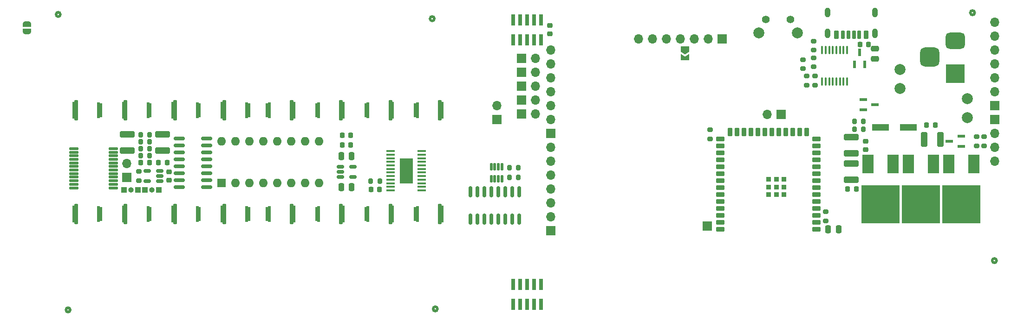
<source format=gts>
G04 #@! TF.GenerationSoftware,KiCad,Pcbnew,(7.0.0-122-g9f10c142c4)*
G04 #@! TF.CreationDate,2023-02-26T11:30:32+09:00*
G04 #@! TF.ProjectId,qLAMP-main,714c414d-502d-46d6-9169-6e2e6b696361,rev?*
G04 #@! TF.SameCoordinates,Original*
G04 #@! TF.FileFunction,Soldermask,Top*
G04 #@! TF.FilePolarity,Negative*
%FSLAX46Y46*%
G04 Gerber Fmt 4.6, Leading zero omitted, Abs format (unit mm)*
G04 Created by KiCad (PCBNEW (7.0.0-122-g9f10c142c4)) date 2023-02-26 11:30:32*
%MOMM*%
%LPD*%
G01*
G04 APERTURE LIST*
G04 Aperture macros list*
%AMRoundRect*
0 Rectangle with rounded corners*
0 $1 Rounding radius*
0 $2 $3 $4 $5 $6 $7 $8 $9 X,Y pos of 4 corners*
0 Add a 4 corners polygon primitive as box body*
4,1,4,$2,$3,$4,$5,$6,$7,$8,$9,$2,$3,0*
0 Add four circle primitives for the rounded corners*
1,1,$1+$1,$2,$3*
1,1,$1+$1,$4,$5*
1,1,$1+$1,$6,$7*
1,1,$1+$1,$8,$9*
0 Add four rect primitives between the rounded corners*
20,1,$1+$1,$2,$3,$4,$5,0*
20,1,$1+$1,$4,$5,$6,$7,0*
20,1,$1+$1,$6,$7,$8,$9,0*
20,1,$1+$1,$8,$9,$2,$3,0*%
%AMFreePoly0*
4,1,19,0.500000,-0.750000,0.000000,-0.750000,0.000000,-0.744911,-0.071157,-0.744911,-0.207708,-0.704816,-0.327430,-0.627875,-0.420627,-0.520320,-0.479746,-0.390866,-0.500000,-0.250000,-0.500000,0.250000,-0.479746,0.390866,-0.420627,0.520320,-0.327430,0.627875,-0.207708,0.704816,-0.071157,0.744911,0.000000,0.744911,0.000000,0.750000,0.500000,0.750000,0.500000,-0.750000,0.500000,-0.750000,
$1*%
%AMFreePoly1*
4,1,19,0.000000,0.744911,0.071157,0.744911,0.207708,0.704816,0.327430,0.627875,0.420627,0.520320,0.479746,0.390866,0.500000,0.250000,0.500000,-0.250000,0.479746,-0.390866,0.420627,-0.520320,0.327430,-0.627875,0.207708,-0.704816,0.071157,-0.744911,0.000000,-0.744911,0.000000,-0.750000,-0.500000,-0.750000,-0.500000,0.750000,0.000000,0.750000,0.000000,0.744911,0.000000,0.744911,
$1*%
%AMFreePoly2*
4,1,6,1.000000,0.000000,0.500000,-0.750000,-0.500000,-0.750000,-0.500000,0.750000,0.500000,0.750000,1.000000,0.000000,1.000000,0.000000,$1*%
%AMFreePoly3*
4,1,6,0.500000,-0.750000,-0.650000,-0.750000,-0.150000,0.000000,-0.650000,0.750000,0.500000,0.750000,0.500000,-0.750000,0.500000,-0.750000,$1*%
G04 Aperture macros list end*
%ADD10C,0.475000*%
%ADD11C,2.000000*%
%ADD12FreePoly0,270.000000*%
%ADD13FreePoly1,270.000000*%
%ADD14RoundRect,0.100000X-0.100000X0.637500X-0.100000X-0.637500X0.100000X-0.637500X0.100000X0.637500X0*%
%ADD15RoundRect,0.150000X-0.512500X-0.150000X0.512500X-0.150000X0.512500X0.150000X-0.512500X0.150000X0*%
%ADD16RoundRect,0.250000X-0.250000X-0.475000X0.250000X-0.475000X0.250000X0.475000X-0.250000X0.475000X0*%
%ADD17R,3.098800X1.219200*%
%ADD18RoundRect,0.225000X-0.225000X-0.250000X0.225000X-0.250000X0.225000X0.250000X-0.225000X0.250000X0*%
%ADD19RoundRect,0.250000X-0.325000X-1.100000X0.325000X-1.100000X0.325000X1.100000X-0.325000X1.100000X0*%
%ADD20RoundRect,0.250000X-1.100000X0.325000X-1.100000X-0.325000X1.100000X-0.325000X1.100000X0.325000X0*%
%ADD21RoundRect,0.250000X0.250000X0.475000X-0.250000X0.475000X-0.250000X-0.475000X0.250000X-0.475000X0*%
%ADD22RoundRect,0.250000X1.100000X-0.325000X1.100000X0.325000X-1.100000X0.325000X-1.100000X-0.325000X0*%
%ADD23RoundRect,0.109795X0.765205X0.109794X-0.765205X0.109794X-0.765205X-0.109794X0.765205X-0.109794X0*%
%ADD24RoundRect,0.225000X-0.250000X0.225000X-0.250000X-0.225000X0.250000X-0.225000X0.250000X0.225000X0*%
%ADD25RoundRect,0.109795X-0.109795X0.552705X-0.109795X-0.552705X0.109795X-0.552705X0.109795X0.552705X0*%
%ADD26RoundRect,0.150000X0.512500X0.150000X-0.512500X0.150000X-0.512500X-0.150000X0.512500X-0.150000X0*%
%ADD27RoundRect,0.200000X0.200000X0.275000X-0.200000X0.275000X-0.200000X-0.275000X0.200000X-0.275000X0*%
%ADD28RoundRect,0.150000X-0.150000X0.825000X-0.150000X-0.825000X0.150000X-0.825000X0.150000X0.825000X0*%
%ADD29R,1.320800X0.558800*%
%ADD30R,0.558800X1.320800*%
%ADD31R,2.400000X4.680000*%
%ADD32RoundRect,0.100000X0.687500X0.100000X-0.687500X0.100000X-0.687500X-0.100000X0.687500X-0.100000X0*%
%ADD33RoundRect,0.200000X0.275000X-0.200000X0.275000X0.200000X-0.275000X0.200000X-0.275000X-0.200000X0*%
%ADD34R,1.700000X1.700000*%
%ADD35O,1.700000X1.700000*%
%ADD36RoundRect,0.200000X-0.275000X0.200000X-0.275000X-0.200000X0.275000X-0.200000X0.275000X0.200000X0*%
%ADD37RoundRect,0.200000X-0.200000X-0.275000X0.200000X-0.275000X0.200000X0.275000X-0.200000X0.275000X0*%
%ADD38RoundRect,0.225000X0.225000X0.250000X-0.225000X0.250000X-0.225000X-0.250000X0.225000X-0.250000X0*%
%ADD39R,3.500000X3.500000*%
%ADD40RoundRect,0.750000X-1.000000X0.750000X-1.000000X-0.750000X1.000000X-0.750000X1.000000X0.750000X0*%
%ADD41RoundRect,0.875000X-0.875000X0.875000X-0.875000X-0.875000X0.875000X-0.875000X0.875000X0.875000X0*%
%ADD42RoundRect,0.180000X0.270000X1.370000X-0.270000X1.370000X-0.270000X-1.370000X0.270000X-1.370000X0*%
%ADD43RoundRect,0.030000X0.265000X1.780000X-0.265000X1.780000X-0.265000X-1.780000X0.265000X-1.780000X0*%
%ADD44RoundRect,0.030000X0.205000X1.420000X-0.205000X1.420000X-0.205000X-1.420000X0.205000X-1.420000X0*%
%ADD45RoundRect,0.180000X0.270000X1.120000X-0.270000X1.120000X-0.270000X-1.120000X0.270000X-1.120000X0*%
%ADD46RoundRect,0.180000X-0.270000X-1.370000X0.270000X-1.370000X0.270000X1.370000X-0.270000X1.370000X0*%
%ADD47RoundRect,0.030000X-0.265000X-1.780000X0.265000X-1.780000X0.265000X1.780000X-0.265000X1.780000X0*%
%ADD48RoundRect,0.030000X-0.205000X-1.420000X0.205000X-1.420000X0.205000X1.420000X-0.205000X1.420000X0*%
%ADD49RoundRect,0.180000X-0.270000X-1.120000X0.270000X-1.120000X0.270000X1.120000X-0.270000X1.120000X0*%
%ADD50RoundRect,0.100000X0.250000X0.650000X-0.250000X0.650000X-0.250000X-0.650000X0.250000X-0.650000X0*%
%ADD51RoundRect,0.100000X0.300000X0.650000X-0.300000X0.650000X-0.300000X-0.650000X0.300000X-0.650000X0*%
%ADD52O,1.000000X1.800000*%
%ADD53RoundRect,0.150000X-0.825000X-0.150000X0.825000X-0.150000X0.825000X0.150000X-0.825000X0.150000X0*%
%ADD54R,0.750000X2.100000*%
%ADD55FreePoly2,270.000000*%
%ADD56FreePoly3,270.000000*%
%ADD57RoundRect,0.250000X0.475000X-0.250000X0.475000X0.250000X-0.475000X0.250000X-0.475000X-0.250000X0*%
%ADD58C,1.400000*%
%ADD59RoundRect,0.225000X0.525000X0.225000X-0.525000X0.225000X-0.525000X-0.225000X0.525000X-0.225000X0*%
%ADD60RoundRect,0.225000X-0.225000X0.525000X-0.225000X-0.525000X0.225000X-0.525000X0.225000X0.525000X0*%
%ADD61RoundRect,0.225000X-0.525000X-0.225000X0.525000X-0.225000X0.525000X0.225000X-0.525000X0.225000X0*%
%ADD62RoundRect,0.225000X-0.225000X-0.225000X0.225000X-0.225000X0.225000X0.225000X-0.225000X0.225000X0*%
%ADD63R,2.000000X3.500000*%
%ADD64R,7.000000X7.000000*%
%ADD65R,1.600000X1.600000*%
%ADD66O,1.600000X1.600000*%
%ADD67R,1.000000X1.000000*%
%ADD68O,1.000000X1.000000*%
G04 APERTURE END LIST*
D10*
X78440000Y-89000000D02*
G75*
G03*
X78440000Y-89000000I-400000J0D01*
G01*
X76636000Y-35000000D02*
G75*
G03*
X76636000Y-35000000I-400000J0D01*
G01*
X145380000Y-88830000D02*
G75*
G03*
X145380000Y-88830000I-400000J0D01*
G01*
X247315000Y-80000000D02*
G75*
G03*
X247315000Y-80000000I-400000J0D01*
G01*
X144825000Y-35770000D02*
G75*
G03*
X144825000Y-35770000I-400000J0D01*
G01*
X243325000Y-34690000D02*
G75*
G03*
X243325000Y-34690000I-400000J0D01*
G01*
D11*
X229680000Y-45070000D03*
X229680000Y-48570000D03*
D12*
X70570000Y-36780000D03*
D13*
X70570000Y-38080000D03*
D14*
X220053002Y-41537300D03*
X219403002Y-41537300D03*
X218753002Y-41537300D03*
X218103002Y-41537300D03*
X217453002Y-41537300D03*
X216803002Y-41537300D03*
X216153002Y-41537300D03*
X215503002Y-41537300D03*
X215503002Y-47262300D03*
X216153002Y-47262300D03*
X216803002Y-47262300D03*
X217453002Y-47262300D03*
X218103002Y-47262300D03*
X218753002Y-47262300D03*
X219403002Y-47262300D03*
X220053002Y-47262300D03*
D15*
X127665878Y-62840011D03*
X127665878Y-63790011D03*
X127665878Y-64740011D03*
X129940878Y-64740011D03*
X129940878Y-62840011D03*
D16*
X127853378Y-60919989D03*
X129753378Y-60919989D03*
D17*
X231252699Y-55619999D03*
X226147299Y-55619999D03*
D18*
X128028376Y-58850000D03*
X129578376Y-58850000D03*
D19*
X234095000Y-57850000D03*
X237045000Y-57850000D03*
D18*
X234555000Y-55260000D03*
X236105000Y-55260000D03*
D20*
X220820000Y-57465000D03*
X220820000Y-60415000D03*
D18*
X220165000Y-66920000D03*
X221715000Y-66920000D03*
D21*
X129733376Y-66560000D03*
X127833376Y-66560000D03*
D18*
X222395000Y-40500000D03*
X223945000Y-40500000D03*
D22*
X95290005Y-59884989D03*
X95290005Y-56934989D03*
D11*
X241980000Y-50360000D03*
X241980000Y-53860000D03*
D23*
X86295999Y-66695011D03*
X86295999Y-66045013D03*
X86295999Y-65395012D03*
X86295999Y-64745012D03*
X86295999Y-64095012D03*
X86295999Y-63445012D03*
X86295999Y-62795012D03*
X86295999Y-62145012D03*
X86295999Y-61495012D03*
X86295999Y-60845012D03*
X86295999Y-60195011D03*
X86295999Y-59545013D03*
X79095999Y-59545013D03*
X79095999Y-60195011D03*
X79095999Y-60845012D03*
X79095999Y-61495012D03*
X79095999Y-62145012D03*
X79095999Y-62795012D03*
X79095999Y-63445012D03*
X79095999Y-64095012D03*
X79095999Y-64745012D03*
X79095999Y-65395012D03*
X79095999Y-66045013D03*
X79095999Y-66695011D03*
D24*
X96469200Y-63754992D03*
X96469200Y-65304992D03*
X165830000Y-37025000D03*
X165830000Y-38575000D03*
D18*
X91300000Y-62108000D03*
X92850000Y-62108000D03*
D25*
X157130441Y-62803500D03*
X156480441Y-62803500D03*
X155830441Y-62803500D03*
X155180441Y-62803500D03*
X155180441Y-65078500D03*
X155830441Y-65078500D03*
X156480441Y-65078500D03*
X157130441Y-65078500D03*
D26*
X94736500Y-65479992D03*
X94736500Y-64529992D03*
X94736500Y-63579992D03*
X92461500Y-63579992D03*
X92461500Y-65479992D03*
D27*
X160130422Y-64830000D03*
X158480422Y-64830000D03*
X160130422Y-63052000D03*
X158480422Y-63052000D03*
D28*
X160324200Y-67445000D03*
X159054200Y-67445000D03*
X157784200Y-67445000D03*
X156514200Y-67445000D03*
X155244200Y-67445000D03*
X153974200Y-67445000D03*
X152704200Y-67445000D03*
X151434200Y-67445000D03*
X151434200Y-72395000D03*
X152704200Y-72395000D03*
X153974200Y-72395000D03*
X155244200Y-72395000D03*
X156514200Y-72395000D03*
X157784200Y-72395000D03*
X159054200Y-72395000D03*
X160324200Y-72395000D03*
D18*
X128028376Y-57050000D03*
X129578376Y-57050000D03*
D29*
X222980524Y-50557924D03*
X222980524Y-52437524D03*
X225164924Y-51497724D03*
X240899999Y-59119999D03*
X240899999Y-57240399D03*
X238715599Y-58180199D03*
D30*
X221370199Y-44132199D03*
X223249799Y-44132199D03*
X222309999Y-41947799D03*
D31*
X139677499Y-63572999D03*
D32*
X142540000Y-67148000D03*
X142540000Y-66498000D03*
X142540000Y-65848000D03*
X142540000Y-65198000D03*
X142540000Y-64548000D03*
X142540000Y-63898000D03*
X142540000Y-63248000D03*
X142540000Y-62598000D03*
X142540000Y-61948000D03*
X142540000Y-61298000D03*
X142540000Y-60648000D03*
X142540000Y-59998000D03*
X136815000Y-59998000D03*
X136815000Y-60648000D03*
X136815000Y-61298000D03*
X136815000Y-61948000D03*
X136815000Y-62598000D03*
X136815000Y-63248000D03*
X136815000Y-63898000D03*
X136815000Y-64548000D03*
X136815000Y-65198000D03*
X136815000Y-65848000D03*
X136815000Y-66498000D03*
X136815000Y-67148000D03*
D33*
X212660000Y-47925000D03*
X212660000Y-46275000D03*
D21*
X218510000Y-74270000D03*
X216610000Y-74270000D03*
D34*
X156179999Y-54190125D03*
D35*
X156179999Y-51650125D03*
D34*
X160666123Y-50650125D03*
D35*
X163206123Y-50650125D03*
D34*
X160666123Y-43030125D03*
D35*
X163206123Y-43030125D03*
D34*
X160666122Y-45570125D03*
D35*
X163206122Y-45570125D03*
D34*
X160666123Y-48110125D03*
D35*
X163206123Y-48110125D03*
D34*
X160666123Y-53190125D03*
D35*
X163206123Y-53190125D03*
D27*
X223025000Y-55970000D03*
X221375000Y-55970000D03*
D33*
X245020000Y-58995000D03*
X245020000Y-57345000D03*
D36*
X213999716Y-39896200D03*
X213999716Y-41546200D03*
X213999716Y-42944200D03*
X213999716Y-44594200D03*
D37*
X221375000Y-54570000D03*
X223025000Y-54570000D03*
D36*
X243670000Y-57345000D03*
X243670000Y-58995000D03*
D27*
X134865000Y-65430000D03*
X133215000Y-65430000D03*
D36*
X216130000Y-71085000D03*
X216130000Y-72735000D03*
X214179710Y-46275000D03*
X214179710Y-47925000D03*
D38*
X134815000Y-67000000D03*
X133265000Y-67000000D03*
D22*
X220820000Y-65175000D03*
X220820000Y-62225000D03*
D24*
X223470000Y-58165000D03*
X223470000Y-59715000D03*
D39*
X239795999Y-45809810D03*
D40*
X239796000Y-39809811D03*
D41*
X235096000Y-42809811D03*
D34*
X194599999Y-73679999D03*
D42*
X128032219Y-71501633D03*
D43*
X127812219Y-71501633D03*
D44*
X123717219Y-71501633D03*
D45*
X123502219Y-71501633D03*
D42*
X137032219Y-52502054D03*
D43*
X136812219Y-52502054D03*
D44*
X132717219Y-52502054D03*
D45*
X132502219Y-52502054D03*
D46*
X97282211Y-71501633D03*
D47*
X97502211Y-71501633D03*
D48*
X101597211Y-71501633D03*
D49*
X101812211Y-71501633D03*
D46*
X97282211Y-52502054D03*
D47*
X97502211Y-52502054D03*
D48*
X101597211Y-52502054D03*
D49*
X101812211Y-52502054D03*
D50*
X221288000Y-38669782D03*
X219288000Y-38669782D03*
D51*
X218088000Y-38669782D03*
D50*
X220288000Y-38669782D03*
X222288000Y-38669782D03*
D51*
X223488000Y-38669782D03*
D52*
X225107999Y-38419781D03*
X225107999Y-34619781D03*
X216467999Y-38419781D03*
X216467999Y-34619781D03*
D20*
X88859995Y-56934989D03*
X88859995Y-59884989D03*
D53*
X98325000Y-57665000D03*
X98325000Y-58935000D03*
X98325000Y-60205000D03*
X98325000Y-61475000D03*
X98325000Y-62745000D03*
X98325000Y-64015000D03*
X98325000Y-65285000D03*
X98325000Y-66555000D03*
X103275000Y-66555000D03*
X103275000Y-65285000D03*
X103275000Y-64015000D03*
X103275000Y-62745000D03*
X103275000Y-61475000D03*
X103275000Y-60205000D03*
X103275000Y-58935000D03*
X103275000Y-57665000D03*
D54*
X164220999Y-87977999D03*
X164220999Y-84377999D03*
X162950999Y-87977999D03*
X162950999Y-84377999D03*
X161680999Y-87977999D03*
X161680999Y-84377999D03*
X160410999Y-87977999D03*
X160410999Y-84377999D03*
X159140999Y-87977999D03*
X159140999Y-84377999D03*
D46*
X79282211Y-71501633D03*
D47*
X79502211Y-71501633D03*
D48*
X83597211Y-71501633D03*
D49*
X83812211Y-71501633D03*
D42*
X119032219Y-71501633D03*
D43*
X118812219Y-71501633D03*
D44*
X114717219Y-71501633D03*
D45*
X114502219Y-71501633D03*
D46*
X106282211Y-71501633D03*
D47*
X106502211Y-71501633D03*
D48*
X110597211Y-71501633D03*
D49*
X110812211Y-71501633D03*
D27*
X92900000Y-59568000D03*
X91250000Y-59568000D03*
X92900000Y-57028000D03*
X91250000Y-57028000D03*
D42*
X119032219Y-52502054D03*
D43*
X118812219Y-52502054D03*
D44*
X114717219Y-52502054D03*
D45*
X114502219Y-52502054D03*
D46*
X106282211Y-52502054D03*
D47*
X106502211Y-52502054D03*
D48*
X110597211Y-52502054D03*
D49*
X110812211Y-52502054D03*
D34*
X207999999Y-53269999D03*
D35*
X205459999Y-53269999D03*
D55*
X190480000Y-41375000D03*
D56*
X190480000Y-42825000D03*
D57*
X225150000Y-43120000D03*
X225150000Y-41220000D03*
D58*
X205250000Y-35900000D03*
X209750000Y-35900000D03*
D11*
X204000000Y-38400000D03*
X211000000Y-38400000D03*
D33*
X195060000Y-57755000D03*
X195060000Y-56105000D03*
D34*
X197249999Y-39499999D03*
D35*
X194709999Y-39499999D03*
X192169999Y-39499999D03*
X189629999Y-39499999D03*
X187089999Y-39499999D03*
X184549999Y-39499999D03*
X182009999Y-39499999D03*
D33*
X212000000Y-44905000D03*
X212000000Y-43255000D03*
D46*
X88282211Y-71501633D03*
D47*
X88502211Y-71501633D03*
D48*
X92597211Y-71501633D03*
D49*
X92812211Y-71501633D03*
D42*
X128032219Y-52502054D03*
D43*
X127812219Y-52502054D03*
D44*
X123717219Y-52502054D03*
D45*
X123502219Y-52502054D03*
D34*
X247000123Y-54190125D03*
D35*
X247000123Y-56730125D03*
X247000123Y-59270125D03*
X247000123Y-61810125D03*
D54*
X159140999Y-36021999D03*
X159140999Y-39621999D03*
X160410999Y-36021999D03*
X160410999Y-39621999D03*
X161680999Y-36021999D03*
X161680999Y-39621999D03*
X162950999Y-36021999D03*
X162950999Y-39621999D03*
X164220999Y-36021999D03*
X164220999Y-39621999D03*
D34*
X166000123Y-56730125D03*
D35*
X166000123Y-54190125D03*
X166000123Y-51650125D03*
X166000123Y-49110125D03*
X166000123Y-46570125D03*
X166000123Y-44030125D03*
X166000123Y-41490125D03*
D59*
X214430000Y-74266000D03*
X214430000Y-72996000D03*
X214430000Y-71726000D03*
X214430000Y-70456000D03*
X214430000Y-69186000D03*
X214430000Y-67916000D03*
X214430000Y-66646000D03*
X214430000Y-65376000D03*
X214430000Y-64106000D03*
X214430000Y-62836000D03*
X214430000Y-61566000D03*
X214430000Y-60296000D03*
X214430000Y-59026000D03*
X214430000Y-57756000D03*
D60*
X212665000Y-56506000D03*
X211395000Y-56506000D03*
X210125000Y-56506000D03*
X208855000Y-56506000D03*
X207585000Y-56506000D03*
X206315000Y-56506000D03*
X205045000Y-56506000D03*
X203775000Y-56506000D03*
X202505000Y-56506000D03*
X201235000Y-56506000D03*
X199965000Y-56506000D03*
X198695000Y-56506000D03*
D61*
X196930000Y-57756000D03*
X196930000Y-59026000D03*
X196930000Y-60296000D03*
X196930000Y-61566000D03*
X196930000Y-62836000D03*
X196930000Y-64106000D03*
X196930000Y-65376000D03*
X196930000Y-66646000D03*
X196930000Y-67916000D03*
X196930000Y-69186000D03*
X196930000Y-70456000D03*
X196930000Y-71726000D03*
X196930000Y-72996000D03*
X196930000Y-74266000D03*
D62*
X208580000Y-67946000D03*
X208580000Y-66546000D03*
X208580000Y-65146000D03*
X207180000Y-67946000D03*
X207180000Y-66546000D03*
X207180000Y-65146000D03*
X205780000Y-67946000D03*
X205780000Y-66546000D03*
X205780000Y-65146000D03*
D38*
X96065005Y-62108000D03*
X94515005Y-62108000D03*
D37*
X91250000Y-58298000D03*
X92900000Y-58298000D03*
D42*
X146032219Y-71501633D03*
D43*
X145812219Y-71501633D03*
D44*
X141717219Y-71501633D03*
D45*
X141502219Y-71501633D03*
D63*
X228419999Y-62294999D03*
X223839999Y-62294999D03*
D64*
X226119999Y-69694999D03*
D63*
X238619999Y-62294999D03*
X243199999Y-62294999D03*
D64*
X240899999Y-69694999D03*
D65*
X106029988Y-65809998D03*
D66*
X108569988Y-65809998D03*
X111109988Y-65809998D03*
X113649988Y-65809998D03*
X116189988Y-65809998D03*
X118729988Y-65809998D03*
X121269988Y-65809998D03*
X123809988Y-65809998D03*
X123809988Y-58189998D03*
X121269988Y-58189998D03*
X118729988Y-58189998D03*
X116189988Y-58189998D03*
X113649988Y-58189998D03*
X111109988Y-58189998D03*
X108569988Y-58189998D03*
X106029988Y-58189998D03*
D27*
X92900000Y-60838000D03*
X91250000Y-60838000D03*
D63*
X235809999Y-62294999D03*
X231229999Y-62294999D03*
D64*
X233509999Y-69694999D03*
D33*
X90932000Y-65354992D03*
X90932000Y-63704992D03*
D46*
X88282211Y-52502054D03*
D47*
X88502211Y-52502054D03*
D48*
X92597211Y-52502054D03*
D49*
X92812211Y-52502054D03*
D42*
X146032219Y-52502054D03*
D43*
X145812219Y-52502054D03*
D44*
X141717219Y-52502054D03*
D45*
X141502219Y-52502054D03*
D46*
X79282211Y-52502054D03*
D47*
X79502211Y-52502054D03*
D48*
X83597211Y-52502054D03*
D49*
X83812211Y-52502054D03*
D34*
X247000123Y-51650125D03*
D35*
X247000123Y-49110125D03*
X247000123Y-46570125D03*
X247000123Y-44030125D03*
X247000123Y-41490125D03*
X247000123Y-38950125D03*
X247000123Y-36410125D03*
D34*
X88719989Y-64785007D03*
D35*
X88719989Y-62245007D03*
D42*
X137032219Y-71501633D03*
D43*
X136812219Y-71501633D03*
D44*
X132717219Y-71501633D03*
D45*
X132502219Y-71501633D03*
D34*
X166000123Y-74510125D03*
D35*
X166000123Y-71970125D03*
X166000123Y-69430125D03*
X166000123Y-66890125D03*
X166000123Y-64350125D03*
X166000123Y-61810125D03*
X166000123Y-59270125D03*
D67*
X88239999Y-67049999D03*
X94590005Y-67050001D03*
X90779999Y-67049999D03*
D68*
X89509999Y-67049999D03*
D67*
X92049999Y-67049999D03*
D68*
X93319999Y-67049999D03*
M02*

</source>
